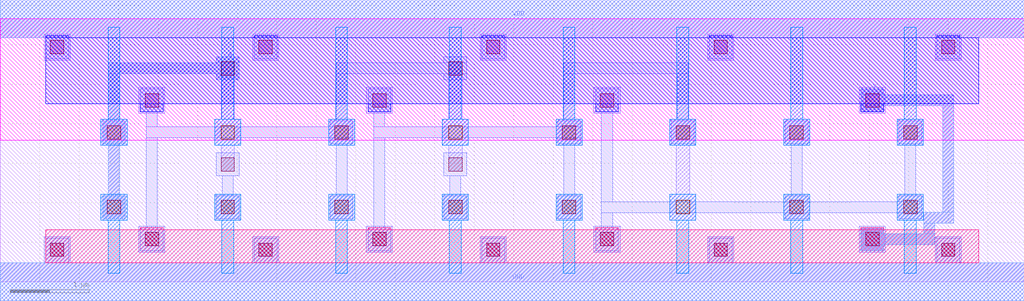
<source format=lef>
MACRO CLKBUF1
 CLASS CORE ;
 FOREIGN CLKBUF1 0 0 ;
 ORIGIN 0 0 ;
 SYMMETRY X Y R90 ;
 SITE UNIT ;
  PIN VDD
   DIRECTION INOUT ;
   USE SIGNAL ;
   SHAPE ABUTMENT ;
    PORT
     CLASS CORE ;
       LAYER metal2 ;
        RECT 0.00000000 3.09000000 12.96000000 3.57000000 ;
    END
  END VDD

  PIN GND
   DIRECTION INOUT ;
   USE SIGNAL ;
   SHAPE ABUTMENT ;
    PORT
     CLASS CORE ;
       LAYER metal2 ;
        RECT 0.00000000 -0.24000000 12.96000000 0.24000000 ;
    END
  END GND

  PIN Y
   DIRECTION INOUT ;
   USE SIGNAL ;
   SHAPE ABUTMENT ;
    PORT
     CLASS CORE ;
       LAYER metal2 ;
        RECT 10.89500000 0.39500000 11.18500000 0.47000000 ;
        RECT 10.89500000 0.47000000 11.83000000 0.61000000 ;
        RECT 10.89500000 0.61000000 11.18500000 0.68500000 ;
        RECT 11.69000000 0.61000000 11.83000000 0.74000000 ;
        RECT 11.69000000 0.74000000 12.07000000 0.88000000 ;
        RECT 10.89500000 2.15000000 11.18500000 2.22500000 ;
        RECT 11.93000000 0.88000000 12.07000000 2.22500000 ;
        RECT 10.89500000 2.22500000 12.07000000 2.36500000 ;
        RECT 10.89500000 2.36500000 11.18500000 2.44000000 ;
    END
  END Y

  PIN A
   DIRECTION INOUT ;
   USE SIGNAL ;
   SHAPE ABUTMENT ;
    PORT
     CLASS CORE ;
       LAYER metal2 ;
        RECT 1.29500000 0.80000000 1.58500000 1.09000000 ;
        RECT 1.37000000 1.09000000 1.51000000 1.74500000 ;
        RECT 1.29500000 1.74500000 1.58500000 2.03500000 ;
        RECT 1.37000000 2.03500000 1.51000000 2.63000000 ;
        RECT 2.73500000 2.55500000 3.02500000 2.63000000 ;
        RECT 1.37000000 2.63000000 3.02500000 2.77000000 ;
        RECT 2.73500000 2.77000000 3.02500000 2.84500000 ;
    END
  END A

  OBS
   LAYER abutment_box ;
    RECT 0.00000000 0.00000000 12.96000000 3.33000000 ;
  END

  OBS
   LAYER metal1 ;
    RECT 0.55500000 0.24000000 0.88500000 0.57000000 ;
    RECT 3.19500000 0.24000000 3.52500000 0.57000000 ;
    RECT 6.07500000 0.24000000 6.40500000 0.57000000 ;
    RECT 8.95500000 0.24000000 9.28500000 0.57000000 ;
    RECT 11.83500000 0.24000000 12.16500000 0.57000000 ;
    RECT 1.75500000 0.37500000 2.08500000 0.70500000 ;
    RECT 4.63500000 0.37500000 4.96500000 0.70500000 ;
    RECT 7.51500000 0.37500000 7.84500000 0.70500000 ;
    RECT 10.87500000 0.37500000 11.20500000 0.70500000 ;
    RECT 1.27500000 0.78000000 1.60500000 1.11000000 ;
    RECT 2.71500000 0.78000000 3.04500000 1.11000000 ;
    RECT 4.15500000 0.78000000 4.48500000 1.11000000 ;
    RECT 5.59500000 0.78000000 5.92500000 1.11000000 ;
    RECT 7.03500000 0.78000000 7.36500000 1.11000000 ;
    RECT 9.91500000 0.78000000 10.24500000 1.11000000 ;
    RECT 11.35500000 0.78000000 11.68500000 1.11000000 ;
    RECT 1.27500000 1.72500000 1.60500000 2.05500000 ;
    RECT 4.15500000 1.72500000 4.48500000 2.05500000 ;
    RECT 7.03500000 1.72500000 7.36500000 2.05500000 ;
    RECT 8.47500000 0.78000000 8.80500000 1.11000000 ;
    RECT 8.55500000 1.11000000 8.72500000 1.72500000 ;
    RECT 8.47500000 1.72500000 8.80500000 2.05500000 ;
    RECT 9.91500000 1.72500000 10.24500000 2.05500000 ;
    RECT 11.35500000 1.72500000 11.68500000 2.05500000 ;
    RECT 1.75500000 2.13000000 2.08500000 2.46000000 ;
    RECT 4.63500000 2.13000000 4.96500000 2.46000000 ;
    RECT 7.51500000 2.13000000 7.84500000 2.46000000 ;
    RECT 10.87500000 2.13000000 11.20500000 2.46000000 ;
    RECT 2.79500000 1.40000000 2.96500000 1.72500000 ;
    RECT 2.71500000 1.72500000 3.04500000 2.05500000 ;
    RECT 2.79500000 2.05500000 2.96500000 2.78500000 ;
    RECT 5.67500000 1.40000000 5.84500000 1.72500000 ;
    RECT 5.59500000 1.72500000 5.92500000 2.05500000 ;
    RECT 5.67500000 2.05500000 5.84500000 2.78500000 ;
    RECT 0.55500000 2.80500000 0.88500000 3.13500000 ;
    RECT 3.19500000 2.80500000 3.52500000 3.13500000 ;
    RECT 6.07500000 2.80500000 6.40500000 3.13500000 ;
    RECT 8.95500000 2.80500000 9.28500000 3.13500000 ;
    RECT 11.83500000 2.80500000 12.16500000 3.13500000 ;
  END

  OBS
   LAYER metal1_label ;

  END

  OBS
   LAYER metal1_pin ;

  END

  OBS
   LAYER metal2 ;
    RECT 0.00000000 -0.24000000 12.96000000 0.24000000 ;
    RECT 0.57500000 0.24000000 0.86500000 0.55000000 ;
    RECT 3.21500000 0.24000000 3.50500000 0.55000000 ;
    RECT 6.09500000 0.24000000 6.38500000 0.55000000 ;
    RECT 8.97500000 0.24000000 9.26500000 0.55000000 ;
    RECT 11.85500000 0.24000000 12.14500000 0.55000000 ;
    RECT 2.73500000 0.80000000 3.02500000 1.09000000 ;
    RECT 2.81000000 1.09000000 2.95000000 1.34000000 ;
    RECT 2.73500000 1.34000000 3.02500000 1.63000000 ;
    RECT 5.61500000 0.80000000 5.90500000 1.09000000 ;
    RECT 5.69000000 1.09000000 5.83000000 1.34000000 ;
    RECT 5.61500000 1.34000000 5.90500000 1.63000000 ;
    RECT 7.53500000 0.39500000 7.82500000 0.68500000 ;
    RECT 7.61000000 0.68500000 7.75000000 0.87500000 ;
    RECT 9.93500000 0.80000000 10.22500000 0.87500000 ;
    RECT 11.37500000 0.80000000 11.66500000 0.87500000 ;
    RECT 7.61000000 0.87500000 11.66500000 1.01500000 ;
    RECT 9.93500000 1.01500000 10.22500000 1.09000000 ;
    RECT 11.37500000 1.01500000 11.66500000 1.09000000 ;
    RECT 10.01000000 1.09000000 10.15000000 1.74500000 ;
    RECT 11.45000000 1.09000000 11.59000000 1.74500000 ;
    RECT 9.93500000 1.74500000 10.22500000 2.03500000 ;
    RECT 11.37500000 1.74500000 11.66500000 2.03500000 ;
    RECT 7.61000000 1.01500000 7.75000000 2.15000000 ;
    RECT 7.53500000 2.15000000 7.82500000 2.44000000 ;
    RECT 10.89500000 0.39500000 11.18500000 0.47000000 ;
    RECT 10.89500000 0.47000000 11.83000000 0.61000000 ;
    RECT 10.89500000 0.61000000 11.18500000 0.68500000 ;
    RECT 11.69000000 0.61000000 11.83000000 0.74000000 ;
    RECT 11.69000000 0.74000000 12.07000000 0.88000000 ;
    RECT 10.89500000 2.15000000 11.18500000 2.22500000 ;
    RECT 11.93000000 0.88000000 12.07000000 2.22500000 ;
    RECT 10.89500000 2.22500000 12.07000000 2.36500000 ;
    RECT 10.89500000 2.36500000 11.18500000 2.44000000 ;
    RECT 4.65500000 0.39500000 4.94500000 0.68500000 ;
    RECT 7.05500000 0.80000000 7.34500000 1.09000000 ;
    RECT 7.13000000 1.09000000 7.27000000 1.74500000 ;
    RECT 4.73000000 0.68500000 4.87000000 1.82000000 ;
    RECT 7.05500000 1.74500000 7.34500000 1.82000000 ;
    RECT 4.73000000 1.82000000 7.34500000 1.96000000 ;
    RECT 7.05500000 1.96000000 7.34500000 2.03500000 ;
    RECT 8.49500000 1.74500000 8.78500000 2.03500000 ;
    RECT 4.73000000 1.96000000 4.87000000 2.15000000 ;
    RECT 4.65500000 2.15000000 4.94500000 2.44000000 ;
    RECT 7.13000000 2.03500000 7.27000000 2.63000000 ;
    RECT 8.57000000 2.03500000 8.71000000 2.63000000 ;
    RECT 7.13000000 2.63000000 8.71000000 2.77000000 ;
    RECT 1.29500000 0.80000000 1.58500000 1.09000000 ;
    RECT 1.37000000 1.09000000 1.51000000 1.74500000 ;
    RECT 1.29500000 1.74500000 1.58500000 2.03500000 ;
    RECT 1.37000000 2.03500000 1.51000000 2.63000000 ;
    RECT 2.73500000 2.55500000 3.02500000 2.63000000 ;
    RECT 1.37000000 2.63000000 3.02500000 2.77000000 ;
    RECT 2.73500000 2.77000000 3.02500000 2.84500000 ;
    RECT 1.77500000 0.39500000 2.06500000 0.68500000 ;
    RECT 4.17500000 0.80000000 4.46500000 1.09000000 ;
    RECT 4.25000000 1.09000000 4.39000000 1.74500000 ;
    RECT 1.85000000 0.68500000 1.99000000 1.82000000 ;
    RECT 4.17500000 1.74500000 4.46500000 1.82000000 ;
    RECT 1.85000000 1.82000000 4.46500000 1.96000000 ;
    RECT 4.17500000 1.96000000 4.46500000 2.03500000 ;
    RECT 1.85000000 1.96000000 1.99000000 2.15000000 ;
    RECT 1.77500000 2.15000000 2.06500000 2.44000000 ;
    RECT 4.25000000 2.03500000 4.39000000 2.63000000 ;
    RECT 5.61500000 2.55500000 5.90500000 2.63000000 ;
    RECT 4.25000000 2.63000000 5.90500000 2.77000000 ;
    RECT 5.61500000 2.77000000 5.90500000 2.84500000 ;
    RECT 0.57500000 2.82500000 0.86500000 3.09000000 ;
    RECT 3.21500000 2.82500000 3.50500000 3.09000000 ;
    RECT 6.09500000 2.82500000 6.38500000 3.09000000 ;
    RECT 8.97500000 2.82500000 9.26500000 3.09000000 ;
    RECT 11.85500000 2.82500000 12.14500000 3.09000000 ;
    RECT 0.00000000 3.09000000 12.96000000 3.57000000 ;
  END

  OBS
   LAYER metal2_label ;

  END

  OBS
   LAYER metal2_pin ;
    RECT 0.00000000 -0.24000000 12.96000000 0.24000000 ;
    RECT 10.89500000 0.39500000 11.18500000 0.47000000 ;
    RECT 10.89500000 0.47000000 11.83000000 0.61000000 ;
    RECT 10.89500000 0.61000000 11.18500000 0.68500000 ;
    RECT 11.69000000 0.61000000 11.83000000 0.74000000 ;
    RECT 11.69000000 0.74000000 12.07000000 0.88000000 ;
    RECT 10.89500000 2.15000000 11.18500000 2.22500000 ;
    RECT 11.93000000 0.88000000 12.07000000 2.22500000 ;
    RECT 10.89500000 2.22500000 12.07000000 2.36500000 ;
    RECT 10.89500000 2.36500000 11.18500000 2.44000000 ;
    RECT 1.29500000 0.80000000 1.58500000 1.09000000 ;
    RECT 1.37000000 1.09000000 1.51000000 1.74500000 ;
    RECT 1.29500000 1.74500000 1.58500000 2.03500000 ;
    RECT 1.37000000 2.03500000 1.51000000 2.63000000 ;
    RECT 2.73500000 2.55500000 3.02500000 2.63000000 ;
    RECT 1.37000000 2.63000000 3.02500000 2.77000000 ;
    RECT 2.73500000 2.77000000 3.02500000 2.84500000 ;
    RECT 0.00000000 3.09000000 12.96000000 3.57000000 ;
  END

  OBS
   LAYER ndiff_contact ;
    RECT 0.63500000 0.32000000 0.80500000 0.49000000 ;
    RECT 3.27500000 0.32000000 3.44500000 0.49000000 ;
    RECT 6.15500000 0.32000000 6.32500000 0.49000000 ;
    RECT 9.03500000 0.32000000 9.20500000 0.49000000 ;
    RECT 11.91500000 0.32000000 12.08500000 0.49000000 ;
    RECT 1.83500000 0.45500000 2.00500000 0.62500000 ;
    RECT 4.71500000 0.45500000 4.88500000 0.62500000 ;
    RECT 7.59500000 0.45500000 7.76500000 0.62500000 ;
    RECT 10.95500000 0.45500000 11.12500000 0.62500000 ;
  END

  OBS
   LAYER ndiffusion ;
    RECT 0.57500000 0.24000000 12.38500000 0.66000000 ;
    RECT 1.77500000 0.66000000 2.06500000 0.68500000 ;
    RECT 4.65500000 0.66000000 4.94500000 0.68500000 ;
    RECT 7.53500000 0.66000000 7.82500000 0.68500000 ;
    RECT 10.89500000 0.66000000 11.18500000 0.68500000 ;
  END

  OBS
   LAYER nplus ;

  END

  OBS
   LAYER nwell ;
    RECT 0.00000000 1.79000000 12.96000000 3.33000000 ;
  END

  OBS
   LAYER pdiff_contact ;
    RECT 1.83500000 2.21000000 2.00500000 2.38000000 ;
    RECT 4.71500000 2.21000000 4.88500000 2.38000000 ;
    RECT 7.59500000 2.21000000 7.76500000 2.38000000 ;
    RECT 10.95500000 2.21000000 11.12500000 2.38000000 ;
    RECT 0.63500000 2.88500000 0.80500000 3.05500000 ;
    RECT 3.27500000 2.88500000 3.44500000 3.05500000 ;
    RECT 6.15500000 2.88500000 6.32500000 3.05500000 ;
    RECT 9.03500000 2.88500000 9.20500000 3.05500000 ;
    RECT 11.91500000 2.88500000 12.08500000 3.05500000 ;
  END

  OBS
   LAYER pdiffusion ;
    RECT 1.77500000 2.15000000 2.06500000 2.25000000 ;
    RECT 4.65500000 2.15000000 4.94500000 2.25000000 ;
    RECT 7.53500000 2.15000000 7.82500000 2.25000000 ;
    RECT 10.89500000 2.15000000 11.18500000 2.25000000 ;
    RECT 0.57500000 2.25000000 12.38500000 3.09000000 ;
    RECT 0.57500000 3.09000000 0.86500000 3.11500000 ;
    RECT 3.21500000 3.09000000 3.50500000 3.11500000 ;
    RECT 6.09500000 3.09000000 6.38500000 3.11500000 ;
    RECT 8.97500000 3.09000000 9.26500000 3.11500000 ;
    RECT 11.85500000 3.09000000 12.14500000 3.11500000 ;
  END

  OBS
   LAYER poly ;
    RECT 1.36500000 0.11000000 1.51500000 0.78000000 ;
    RECT 1.27500000 0.78000000 1.60500000 1.11000000 ;
    RECT 2.80500000 0.11000000 2.95500000 0.78000000 ;
    RECT 2.71500000 0.78000000 3.04500000 1.11000000 ;
    RECT 4.24500000 0.11000000 4.39500000 0.78000000 ;
    RECT 4.15500000 0.78000000 4.48500000 1.11000000 ;
    RECT 5.68500000 0.11000000 5.83500000 0.78000000 ;
    RECT 5.59500000 0.78000000 5.92500000 1.11000000 ;
    RECT 7.12500000 0.11000000 7.27500000 0.78000000 ;
    RECT 7.03500000 0.78000000 7.36500000 1.11000000 ;
    RECT 8.56500000 0.11000000 8.71500000 0.78000000 ;
    RECT 8.47500000 0.78000000 8.80500000 1.11000000 ;
    RECT 10.00500000 0.11000000 10.15500000 0.78000000 ;
    RECT 9.91500000 0.78000000 10.24500000 1.11000000 ;
    RECT 11.44500000 0.11000000 11.59500000 0.78000000 ;
    RECT 11.35500000 0.78000000 11.68500000 1.11000000 ;
    RECT 1.27500000 1.72500000 1.60500000 2.05500000 ;
    RECT 1.36500000 2.05500000 1.51500000 3.22000000 ;
    RECT 2.71500000 1.72500000 3.04500000 2.05500000 ;
    RECT 2.80500000 2.05500000 2.95500000 3.22000000 ;
    RECT 4.15500000 1.72500000 4.48500000 2.05500000 ;
    RECT 4.24500000 2.05500000 4.39500000 3.22000000 ;
    RECT 5.59500000 1.72500000 5.92500000 2.05500000 ;
    RECT 5.68500000 2.05500000 5.83500000 3.22000000 ;
    RECT 7.03500000 1.72500000 7.36500000 2.05500000 ;
    RECT 7.12500000 2.05500000 7.27500000 3.22000000 ;
    RECT 8.47500000 1.72500000 8.80500000 2.05500000 ;
    RECT 8.56500000 2.05500000 8.71500000 3.22000000 ;
    RECT 9.91500000 1.72500000 10.24500000 2.05500000 ;
    RECT 10.00500000 2.05500000 10.15500000 3.22000000 ;
    RECT 11.35500000 1.72500000 11.68500000 2.05500000 ;
    RECT 11.44500000 2.05500000 11.59500000 3.22000000 ;
  END

  OBS
   LAYER poly_contact ;
    RECT 1.35500000 0.86000000 1.52500000 1.03000000 ;
    RECT 2.79500000 0.86000000 2.96500000 1.03000000 ;
    RECT 4.23500000 0.86000000 4.40500000 1.03000000 ;
    RECT 5.67500000 0.86000000 5.84500000 1.03000000 ;
    RECT 7.11500000 0.86000000 7.28500000 1.03000000 ;
    RECT 8.55500000 0.86000000 8.72500000 1.03000000 ;
    RECT 9.99500000 0.86000000 10.16500000 1.03000000 ;
    RECT 11.43500000 0.86000000 11.60500000 1.03000000 ;
    RECT 1.35500000 1.80500000 1.52500000 1.97500000 ;
    RECT 2.79500000 1.80500000 2.96500000 1.97500000 ;
    RECT 4.23500000 1.80500000 4.40500000 1.97500000 ;
    RECT 5.67500000 1.80500000 5.84500000 1.97500000 ;
    RECT 7.11500000 1.80500000 7.28500000 1.97500000 ;
    RECT 8.55500000 1.80500000 8.72500000 1.97500000 ;
    RECT 9.99500000 1.80500000 10.16500000 1.97500000 ;
    RECT 11.43500000 1.80500000 11.60500000 1.97500000 ;
  END

  OBS
   LAYER pplus ;

  END

  OBS
   LAYER via1 ;
    RECT 0.63500000 0.32000000 0.80500000 0.49000000 ;
    RECT 3.27500000 0.32000000 3.44500000 0.49000000 ;
    RECT 6.15500000 0.32000000 6.32500000 0.49000000 ;
    RECT 9.03500000 0.32000000 9.20500000 0.49000000 ;
    RECT 11.91500000 0.32000000 12.08500000 0.49000000 ;
    RECT 1.83500000 0.45500000 2.00500000 0.62500000 ;
    RECT 4.71500000 0.45500000 4.88500000 0.62500000 ;
    RECT 7.59500000 0.45500000 7.76500000 0.62500000 ;
    RECT 10.95500000 0.45500000 11.12500000 0.62500000 ;
    RECT 1.35500000 0.86000000 1.52500000 1.03000000 ;
    RECT 2.79500000 0.86000000 2.96500000 1.03000000 ;
    RECT 4.23500000 0.86000000 4.40500000 1.03000000 ;
    RECT 5.67500000 0.86000000 5.84500000 1.03000000 ;
    RECT 7.11500000 0.86000000 7.28500000 1.03000000 ;
    RECT 9.99500000 0.86000000 10.16500000 1.03000000 ;
    RECT 11.43500000 0.86000000 11.60500000 1.03000000 ;
    RECT 2.79500000 1.40000000 2.96500000 1.57000000 ;
    RECT 5.67500000 1.40000000 5.84500000 1.57000000 ;
    RECT 1.35500000 1.80500000 1.52500000 1.97500000 ;
    RECT 4.23500000 1.80500000 4.40500000 1.97500000 ;
    RECT 7.11500000 1.80500000 7.28500000 1.97500000 ;
    RECT 8.55500000 1.80500000 8.72500000 1.97500000 ;
    RECT 9.99500000 1.80500000 10.16500000 1.97500000 ;
    RECT 11.43500000 1.80500000 11.60500000 1.97500000 ;
    RECT 1.83500000 2.21000000 2.00500000 2.38000000 ;
    RECT 4.71500000 2.21000000 4.88500000 2.38000000 ;
    RECT 7.59500000 2.21000000 7.76500000 2.38000000 ;
    RECT 10.95500000 2.21000000 11.12500000 2.38000000 ;
    RECT 2.79500000 2.61500000 2.96500000 2.78500000 ;
    RECT 5.67500000 2.61500000 5.84500000 2.78500000 ;
    RECT 0.63500000 2.88500000 0.80500000 3.05500000 ;
    RECT 3.27500000 2.88500000 3.44500000 3.05500000 ;
    RECT 6.15500000 2.88500000 6.32500000 3.05500000 ;
    RECT 9.03500000 2.88500000 9.20500000 3.05500000 ;
    RECT 11.91500000 2.88500000 12.08500000 3.05500000 ;
  END

END CLKBUF1

</source>
